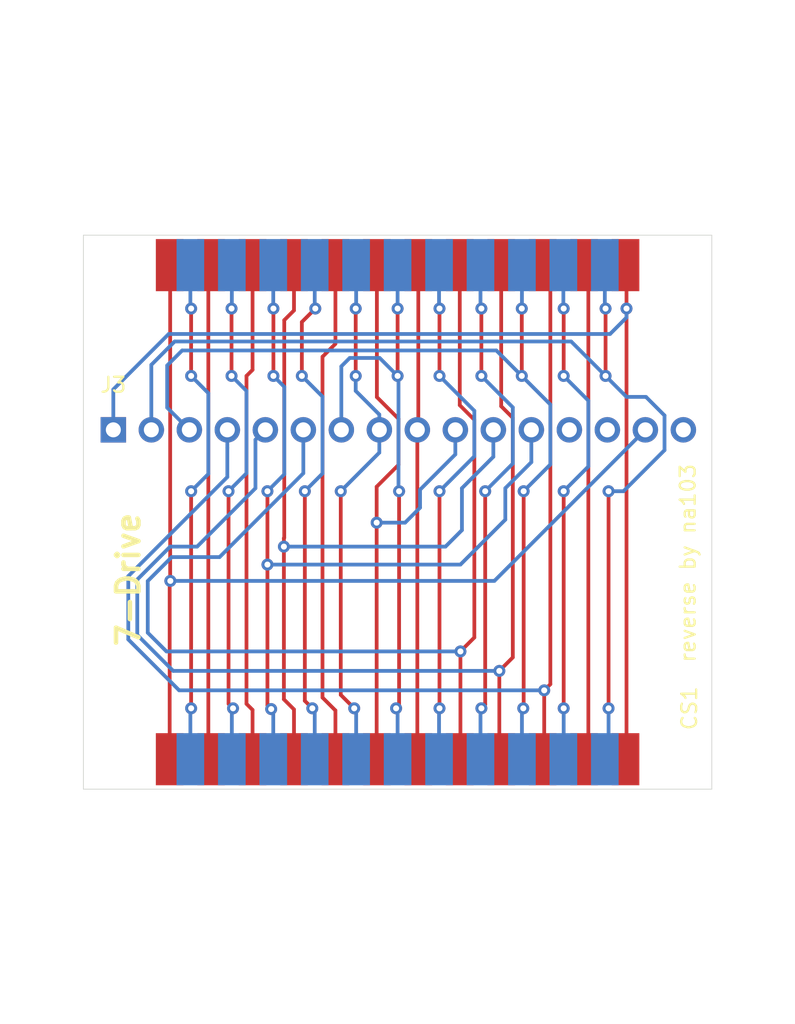
<source format=kicad_pcb>
(kicad_pcb (version 20171130) (host pcbnew "(5.1.12)-1")

  (general
    (thickness 1.6)
    (drawings 7)
    (tracks 288)
    (zones 0)
    (modules 3)
    (nets 23)
  )

  (page A4)
  (layers
    (0 F.Cu signal)
    (31 B.Cu signal)
    (32 B.Adhes user)
    (33 F.Adhes user)
    (34 B.Paste user)
    (35 F.Paste user)
    (36 B.SilkS user)
    (37 F.SilkS user)
    (38 B.Mask user)
    (39 F.Mask user)
    (40 Dwgs.User user)
    (41 Cmts.User user)
    (42 Eco1.User user)
    (43 Eco2.User user)
    (44 Edge.Cuts user)
    (45 Margin user)
    (46 B.CrtYd user)
    (47 F.CrtYd user)
    (48 B.Fab user)
    (49 F.Fab user)
  )

  (setup
    (last_trace_width 0.25)
    (user_trace_width 0.5)
    (trace_clearance 0.2)
    (zone_clearance 0.508)
    (zone_45_only no)
    (trace_min 0.2)
    (via_size 0.8)
    (via_drill 0.4)
    (via_min_size 0.4)
    (via_min_drill 0.3)
    (user_via 1.6 0.8)
    (uvia_size 0.3)
    (uvia_drill 0.1)
    (uvias_allowed no)
    (uvia_min_size 0.2)
    (uvia_min_drill 0.1)
    (edge_width 0.05)
    (segment_width 0.2)
    (pcb_text_width 0.3)
    (pcb_text_size 1.5 1.5)
    (mod_edge_width 0.12)
    (mod_text_size 1 1)
    (mod_text_width 0.15)
    (pad_size 1.524 1.524)
    (pad_drill 0.762)
    (pad_to_mask_clearance 0)
    (aux_axis_origin 0 0)
    (visible_elements 7FFFFFFF)
    (pcbplotparams
      (layerselection 0x010fc_ffffffff)
      (usegerberextensions false)
      (usegerberattributes true)
      (usegerberadvancedattributes true)
      (creategerberjobfile true)
      (excludeedgelayer true)
      (linewidth 0.100000)
      (plotframeref false)
      (viasonmask false)
      (mode 1)
      (useauxorigin false)
      (hpglpennumber 1)
      (hpglpenspeed 20)
      (hpglpendiameter 15.000000)
      (psnegative false)
      (psa4output false)
      (plotreference true)
      (plotvalue true)
      (plotinvisibletext false)
      (padsonsilk false)
      (subtractmaskfromsilk false)
      (outputformat 1)
      (mirror false)
      (drillshape 0)
      (scaleselection 1)
      (outputdirectory "gerber/"))
  )

  (net 0 "")
  (net 1 RDY)
  (net 2 DKRD)
  (net 3 GND)
  (net 4 MTRXD)
  (net 5 SEL2B)
  (net 6 DRESB)
  (net 7 CHNG)
  (net 8 5V)
  (net 9 SIDEB)
  (net 10 WPRO)
  (net 11 TK0)
  (net 12 DKWEB)
  (net 13 DKWDB)
  (net 14 STEPB)
  (net 15 DIRB)
  (net 16 SEL3B)
  (net 17 SEL1B)
  (net 18 INDEX)
  (net 19 12V)
  (net 20 "Net-(J3-Pad13)")
  (net 21 "Net-(J3-Pad14)")
  (net 22 "Net-(J3-Pad16)")

  (net_class Default "This is the default net class."
    (clearance 0.2)
    (trace_width 0.25)
    (via_dia 0.8)
    (via_drill 0.4)
    (uvia_dia 0.3)
    (uvia_drill 0.1)
    (add_net 12V)
    (add_net 5V)
    (add_net CHNG)
    (add_net DIRB)
    (add_net DKRD)
    (add_net DKWDB)
    (add_net DKWEB)
    (add_net DRESB)
    (add_net GND)
    (add_net INDEX)
    (add_net MTRXD)
    (add_net "Net-(J3-Pad13)")
    (add_net "Net-(J3-Pad14)")
    (add_net "Net-(J3-Pad16)")
    (add_net RDY)
    (add_net SEL1B)
    (add_net SEL2B)
    (add_net SEL3B)
    (add_net SIDEB)
    (add_net STEPB)
    (add_net TK0)
    (add_net WPRO)
  )

  (module Connector_PinHeader_2.54mm:PinHeader_1x16_P2.54mm_Vertical (layer F.Cu) (tedit 648B129D) (tstamp 647AD34A)
    (at 188.5 73.5 90)
    (descr "Through hole straight pin header, 1x16, 2.54mm pitch, single row")
    (tags "Through hole pin header THT 1x16 2.54mm single row")
    (path /647B652D)
    (fp_text reference J3 (at 3 0) (layer F.SilkS)
      (effects (font (size 1 1) (thickness 0.15)))
    )
    (fp_text value Conn_01x16 (at 0 40.43 90) (layer F.Fab)
      (effects (font (size 1 1) (thickness 0.15)))
    )
    (fp_line (start -1.8 39.9) (end 1.8 39.9) (layer F.CrtYd) (width 0.05))
    (fp_text user %R (at 0 19.05 180) (layer F.Fab)
      (effects (font (size 1 1) (thickness 0.15)))
    )
    (pad 1 thru_hole rect (at 0 0 90) (size 1.7 1.7) (drill 1) (layers *.Cu *.Mask)
      (net 1 RDY))
    (pad 2 thru_hole oval (at 0 2.54 90) (size 1.7 1.7) (drill 1) (layers *.Cu *.Mask)
      (net 9 SIDEB))
    (pad 3 thru_hole oval (at 0 5.08 90) (size 1.7 1.7) (drill 1) (layers *.Cu *.Mask)
      (net 11 TK0))
    (pad 4 thru_hole oval (at 0 7.62 90) (size 1.7 1.7) (drill 1) (layers *.Cu *.Mask)
      (net 3 GND))
    (pad 5 thru_hole oval (at 0 10.16 90) (size 1.7 1.7) (drill 1) (layers *.Cu *.Mask)
      (net 3 GND))
    (pad 6 thru_hole oval (at 0 12.7 90) (size 1.7 1.7) (drill 1) (layers *.Cu *.Mask)
      (net 3 GND))
    (pad 7 thru_hole oval (at 0 15.24 90) (size 1.7 1.7) (drill 1) (layers *.Cu *.Mask)
      (net 14 STEPB))
    (pad 8 thru_hole oval (at 0 17.78 90) (size 1.7 1.7) (drill 1) (layers *.Cu *.Mask)
      (net 15 DIRB))
    (pad 9 thru_hole oval (at 0 20.32 90) (size 1.7 1.7) (drill 1) (layers *.Cu *.Mask)
      (net 3 GND))
    (pad 10 thru_hole oval (at 0 22.86 90) (size 1.7 1.7) (drill 1) (layers *.Cu *.Mask)
      (net 3 GND))
    (pad 11 thru_hole oval (at 0 25.4 90) (size 1.7 1.7) (drill 1) (layers *.Cu *.Mask)
      (net 5 SEL2B))
    (pad 12 thru_hole oval (at 0 27.94 90) (size 1.7 1.7) (drill 1) (layers *.Cu *.Mask)
      (net 17 SEL1B))
    (pad 13 thru_hole oval (at 0 30.48 90) (size 1.7 1.7) (drill 1) (layers *.Cu *.Mask)
      (net 20 "Net-(J3-Pad13)"))
    (pad 14 thru_hole oval (at 0 33.02 90) (size 1.7 1.7) (drill 1) (layers *.Cu *.Mask)
      (net 21 "Net-(J3-Pad14)"))
    (pad 15 thru_hole oval (at 0 35.56 90) (size 1.7 1.7) (drill 1) (layers *.Cu *.Mask)
      (net 8 5V))
    (pad 16 thru_hole oval (at 0 38.1 90) (size 1.7 1.7) (drill 1) (layers *.Cu *.Mask)
      (net 22 "Net-(J3-Pad16)"))
    (model ${KISYS3DMOD}/Connector_PinHeader_2.54mm.3dshapes/PinHeader_1x16_P2.54mm_Vertical.wrl
      (at (xyz 0 0 0))
      (scale (xyz 1 1 1))
      (rotate (xyz 0 0 0))
    )
  )

  (module Connector_Dsub:DSUB-23_Male_EdgeMount_P2.77mm (layer F.Cu) (tedit 647A5C1D) (tstamp 647AD326)
    (at 207.5 62.5 180)
    (descr "25-pin D-Sub connector, solder-cups edge-mounted, female, x-pin-pitch 2.77mm, distance of mounting holes 47.1mm, see https://disti-assets.s3.amazonaws.com/tonar/files/datasheets/16730.pdf")
    (tags "25-pin D-Sub connector edge mount solder cup female x-pin-pitch 2.77mm mounting holes distance 47.1mm")
    (path /64855AE5)
    (attr smd)
    (fp_text reference J1 (at -19.158333 0) (layer F.SilkS) hide
      (effects (font (size 1 1) (thickness 0.15)))
    )
    (fp_text value DB23_Male-Connector (at 0 16.86) (layer F.Fab)
      (effects (font (size 1 1) (thickness 0.15)))
    )
    (fp_line (start 14.635 -0.91) (end 14.635 1.99) (layer F.Fab) (width 0.1))
    (fp_line (start 14.635 1.99) (end 15.835 1.99) (layer F.Fab) (width 0.1))
    (fp_line (start 15.835 1.99) (end 15.835 -0.91) (layer F.Fab) (width 0.1))
    (fp_line (start 15.835 -0.91) (end 14.635 -0.91) (layer F.Fab) (width 0.1))
    (fp_line (start 11.865 -0.91) (end 11.865 1.99) (layer F.Fab) (width 0.1))
    (fp_line (start 11.865 1.99) (end 13.065 1.99) (layer F.Fab) (width 0.1))
    (fp_line (start 13.065 1.99) (end 13.065 -0.91) (layer F.Fab) (width 0.1))
    (fp_line (start 13.065 -0.91) (end 11.865 -0.91) (layer F.Fab) (width 0.1))
    (fp_line (start 9.095 -0.91) (end 9.095 1.99) (layer F.Fab) (width 0.1))
    (fp_line (start 9.095 1.99) (end 10.295 1.99) (layer F.Fab) (width 0.1))
    (fp_line (start 10.295 1.99) (end 10.295 -0.91) (layer F.Fab) (width 0.1))
    (fp_line (start 10.295 -0.91) (end 9.095 -0.91) (layer F.Fab) (width 0.1))
    (fp_line (start 6.325 -0.91) (end 6.325 1.99) (layer F.Fab) (width 0.1))
    (fp_line (start 6.325 1.99) (end 7.525 1.99) (layer F.Fab) (width 0.1))
    (fp_line (start 7.525 1.99) (end 7.525 -0.91) (layer F.Fab) (width 0.1))
    (fp_line (start 7.525 -0.91) (end 6.325 -0.91) (layer F.Fab) (width 0.1))
    (fp_line (start 3.555 -0.91) (end 3.555 1.99) (layer F.Fab) (width 0.1))
    (fp_line (start 3.555 1.99) (end 4.755 1.99) (layer F.Fab) (width 0.1))
    (fp_line (start 4.755 1.99) (end 4.755 -0.91) (layer F.Fab) (width 0.1))
    (fp_line (start 4.755 -0.91) (end 3.555 -0.91) (layer F.Fab) (width 0.1))
    (fp_line (start 0.785 -0.91) (end 0.785 1.99) (layer F.Fab) (width 0.1))
    (fp_line (start 0.785 1.99) (end 1.985 1.99) (layer F.Fab) (width 0.1))
    (fp_line (start 1.985 1.99) (end 1.985 -0.91) (layer F.Fab) (width 0.1))
    (fp_line (start 1.985 -0.91) (end 0.785 -0.91) (layer F.Fab) (width 0.1))
    (fp_line (start -0.6 1.99) (end 0.6 1.99) (layer F.Fab) (width 0.1))
    (fp_line (start -1.985 -0.91) (end -1.985 1.99) (layer F.Fab) (width 0.1))
    (fp_line (start -1.985 1.99) (end -0.785 1.99) (layer F.Fab) (width 0.1))
    (fp_line (start -0.785 1.99) (end -0.785 -0.91) (layer F.Fab) (width 0.1))
    (fp_line (start -0.785 -0.91) (end -1.985 -0.91) (layer F.Fab) (width 0.1))
    (fp_line (start -4.755 -0.91) (end -4.755 1.99) (layer F.Fab) (width 0.1))
    (fp_line (start -4.755 1.99) (end -3.555 1.99) (layer F.Fab) (width 0.1))
    (fp_line (start -3.555 1.99) (end -3.555 -0.91) (layer F.Fab) (width 0.1))
    (fp_line (start -3.555 -0.91) (end -4.755 -0.91) (layer F.Fab) (width 0.1))
    (fp_line (start -7.525 -0.91) (end -7.525 1.99) (layer F.Fab) (width 0.1))
    (fp_line (start -7.525 1.99) (end -6.325 1.99) (layer F.Fab) (width 0.1))
    (fp_line (start -6.325 1.99) (end -6.325 -0.91) (layer F.Fab) (width 0.1))
    (fp_line (start -6.325 -0.91) (end -7.525 -0.91) (layer F.Fab) (width 0.1))
    (fp_line (start -10.295 -0.91) (end -10.295 1.99) (layer F.Fab) (width 0.1))
    (fp_line (start -10.295 1.99) (end -9.095 1.99) (layer F.Fab) (width 0.1))
    (fp_line (start -9.095 1.99) (end -9.095 -0.91) (layer F.Fab) (width 0.1))
    (fp_line (start -9.095 -0.91) (end -10.295 -0.91) (layer F.Fab) (width 0.1))
    (fp_line (start -13.065 -0.91) (end -13.065 1.99) (layer F.Fab) (width 0.1))
    (fp_line (start -13.065 1.99) (end -11.865 1.99) (layer F.Fab) (width 0.1))
    (fp_line (start -11.865 1.99) (end -11.865 -0.91) (layer F.Fab) (width 0.1))
    (fp_line (start -11.865 -0.91) (end -13.065 -0.91) (layer F.Fab) (width 0.1))
    (fp_line (start -15.835 -0.91) (end -15.835 1.99) (layer F.Fab) (width 0.1))
    (fp_line (start -15.835 1.99) (end -14.635 1.99) (layer F.Fab) (width 0.1))
    (fp_line (start -14.635 1.99) (end -14.635 -0.91) (layer F.Fab) (width 0.1))
    (fp_line (start -14.635 -0.91) (end -15.835 -0.91) (layer F.Fab) (width 0.1))
    (fp_line (start 13.25 -0.91) (end 13.25 1.99) (layer B.Fab) (width 0.1))
    (fp_line (start 13.25 1.99) (end 14.45 1.99) (layer B.Fab) (width 0.1))
    (fp_line (start 14.45 1.99) (end 14.45 -0.91) (layer B.Fab) (width 0.1))
    (fp_line (start 14.45 -0.91) (end 13.25 -0.91) (layer B.Fab) (width 0.1))
    (fp_line (start 10.48 -0.91) (end 10.48 1.99) (layer B.Fab) (width 0.1))
    (fp_line (start 10.48 1.99) (end 11.68 1.99) (layer B.Fab) (width 0.1))
    (fp_line (start 11.68 1.99) (end 11.68 -0.91) (layer B.Fab) (width 0.1))
    (fp_line (start 11.68 -0.91) (end 10.48 -0.91) (layer B.Fab) (width 0.1))
    (fp_line (start 7.71 -0.91) (end 7.71 1.99) (layer B.Fab) (width 0.1))
    (fp_line (start 7.71 1.99) (end 8.91 1.99) (layer B.Fab) (width 0.1))
    (fp_line (start 8.91 1.99) (end 8.91 -0.91) (layer B.Fab) (width 0.1))
    (fp_line (start 8.91 -0.91) (end 7.71 -0.91) (layer B.Fab) (width 0.1))
    (fp_line (start 4.94 -0.91) (end 4.94 1.99) (layer B.Fab) (width 0.1))
    (fp_line (start 4.94 1.99) (end 6.14 1.99) (layer B.Fab) (width 0.1))
    (fp_line (start 6.14 1.99) (end 6.14 -0.91) (layer B.Fab) (width 0.1))
    (fp_line (start 6.14 -0.91) (end 4.94 -0.91) (layer B.Fab) (width 0.1))
    (fp_line (start 2.17 -0.91) (end 2.17 1.99) (layer B.Fab) (width 0.1))
    (fp_line (start 2.17 1.99) (end 3.37 1.99) (layer B.Fab) (width 0.1))
    (fp_line (start 3.37 1.99) (end 3.37 -0.91) (layer B.Fab) (width 0.1))
    (fp_line (start 3.37 -0.91) (end 2.17 -0.91) (layer B.Fab) (width 0.1))
    (fp_line (start -0.6 -0.91) (end -0.6 1.99) (layer B.Fab) (width 0.1))
    (fp_line (start -0.6 1.99) (end 0.6 1.99) (layer B.Fab) (width 0.1))
    (fp_line (start 0.6 1.99) (end 0.6 -0.91) (layer B.Fab) (width 0.1))
    (fp_line (start 0.6 -0.91) (end -0.6 -0.91) (layer B.Fab) (width 0.1))
    (fp_line (start -3.37 -0.91) (end -3.37 1.99) (layer B.Fab) (width 0.1))
    (fp_line (start -3.37 1.99) (end -2.17 1.99) (layer B.Fab) (width 0.1))
    (fp_line (start -2.17 1.99) (end -2.17 -0.91) (layer B.Fab) (width 0.1))
    (fp_line (start -2.17 -0.91) (end -3.37 -0.91) (layer B.Fab) (width 0.1))
    (fp_line (start -6.14 -0.91) (end -6.14 1.99) (layer B.Fab) (width 0.1))
    (fp_line (start -6.14 1.99) (end -4.94 1.99) (layer B.Fab) (width 0.1))
    (fp_line (start -4.94 1.99) (end -4.94 -0.91) (layer B.Fab) (width 0.1))
    (fp_line (start -4.94 -0.91) (end -6.14 -0.91) (layer B.Fab) (width 0.1))
    (fp_line (start -8.91 -0.91) (end -8.91 1.99) (layer B.Fab) (width 0.1))
    (fp_line (start -8.91 1.99) (end -7.71 1.99) (layer B.Fab) (width 0.1))
    (fp_line (start -7.71 1.99) (end -7.71 -0.91) (layer B.Fab) (width 0.1))
    (fp_line (start -7.71 -0.91) (end -8.91 -0.91) (layer B.Fab) (width 0.1))
    (fp_line (start -11.68 -0.91) (end -11.68 1.99) (layer B.Fab) (width 0.1))
    (fp_line (start -11.68 1.99) (end -10.48 1.99) (layer B.Fab) (width 0.1))
    (fp_line (start -10.48 1.99) (end -10.48 -0.91) (layer B.Fab) (width 0.1))
    (fp_line (start -10.48 -0.91) (end -11.68 -0.91) (layer B.Fab) (width 0.1))
    (fp_line (start -14.45 -0.91) (end -14.45 1.99) (layer B.Fab) (width 0.1))
    (fp_line (start -14.45 1.99) (end -13.25 1.99) (layer B.Fab) (width 0.1))
    (fp_line (start -13.25 1.99) (end -13.25 -0.91) (layer B.Fab) (width 0.1))
    (fp_line (start -13.25 -0.91) (end -14.45 -0.91) (layer B.Fab) (width 0.1))
    (fp_line (start -17.165 1.99) (end -17.165 4.79) (layer F.Fab) (width 0.1))
    (fp_line (start -18.165 4.79) (end 18.165 4.79) (layer F.Fab) (width 0.1))
    (fp_line (start 17.165 4.79) (end 17.165 1.99) (layer F.Fab) (width 0.1))
    (fp_line (start 17.165 1.99) (end -17.165 1.99) (layer F.Fab) (width 0.1))
    (fp_line (start -18.165 4.79) (end -18.165 9.29) (layer F.Fab) (width 0.1))
    (fp_line (start -19.55 9.29) (end 19.55 9.29) (layer F.Fab) (width 0.1))
    (fp_line (start 18.165 9.29) (end 18.165 4.79) (layer F.Fab) (width 0.1))
    (fp_line (start -25.165 9.29) (end -25.165 9.69) (layer F.Fab) (width 0.1))
    (fp_line (start -25.165 9.69) (end 25.165 9.69) (layer F.Fab) (width 0.1))
    (fp_line (start 25.165 9.69) (end 25.165 9.29) (layer F.Fab) (width 0.1))
    (fp_line (start 25.165 9.29) (end -25.165 9.29) (layer F.Fab) (width 0.1))
    (fp_line (start -17.765 9.69) (end -17.765 15.86) (layer F.Fab) (width 0.1))
    (fp_line (start -17.765 15.86) (end 17.765 15.86) (layer F.Fab) (width 0.1))
    (fp_line (start 17.765 15.86) (end 17.765 9.69) (layer F.Fab) (width 0.1))
    (fp_line (start 19.15 9.69) (end -19.15 9.69) (layer F.Fab) (width 0.1))
    (fp_line (start -16.665 -2.25) (end 16.665 -2.25) (layer F.CrtYd) (width 0.05))
    (fp_line (start 16.665 -2.25) (end 16.665 1.5) (layer F.CrtYd) (width 0.05))
    (fp_line (start 16.665 1.5) (end 17.665 1.5) (layer F.CrtYd) (width 0.05))
    (fp_line (start 17.665 1.5) (end 17.665 4.3) (layer F.CrtYd) (width 0.05))
    (fp_line (start 17.665 4.3) (end 18.665 4.3) (layer F.CrtYd) (width 0.05))
    (fp_line (start 18.665 4.3) (end 18.665 8.8) (layer F.CrtYd) (width 0.05))
    (fp_line (start 18.665 8.8) (end 25.665 8.8) (layer F.CrtYd) (width 0.05))
    (fp_line (start 25.665 8.8) (end 25.665 10.2) (layer F.CrtYd) (width 0.05))
    (fp_line (start 25.665 10.2) (end 18.265 10.2) (layer F.CrtYd) (width 0.05))
    (fp_line (start 18.265 10.2) (end 18.265 16.4) (layer F.CrtYd) (width 0.05))
    (fp_line (start 18.265 16.4) (end -18.265 16.4) (layer F.CrtYd) (width 0.05))
    (fp_line (start -18.265 16.4) (end -18.265 10.2) (layer F.CrtYd) (width 0.05))
    (fp_line (start -18.265 10.2) (end -25.665 10.2) (layer F.CrtYd) (width 0.05))
    (fp_line (start -25.665 10.2) (end -25.665 8.8) (layer F.CrtYd) (width 0.05))
    (fp_line (start -25.665 8.8) (end -18.665 8.8) (layer F.CrtYd) (width 0.05))
    (fp_line (start -18.665 8.8) (end -18.665 4.3) (layer F.CrtYd) (width 0.05))
    (fp_line (start -18.665 4.3) (end -17.665 4.3) (layer F.CrtYd) (width 0.05))
    (fp_line (start -17.665 4.3) (end -17.665 1.5) (layer F.CrtYd) (width 0.05))
    (fp_line (start -17.665 1.5) (end -16.665 1.5) (layer F.CrtYd) (width 0.05))
    (fp_line (start -16.665 1.5) (end -16.665 -2.25) (layer F.CrtYd) (width 0.05))
    (fp_line (start -26.55 1.99) (end 26.55 1.99) (layer Dwgs.User) (width 0.05))
    (fp_text user %R (at 0 3.39) (layer F.Fab)
      (effects (font (size 1 1) (thickness 0.15)))
    )
    (fp_text user "PCB edge" (at -21.55 1.323333) (layer Dwgs.User)
      (effects (font (size 0.5 0.5) (thickness 0.075)))
    )
    (pad 12 smd rect (at 15.235 0 180) (size 1.846667 3.48) (layers F.Cu F.Paste F.Mask)
      (net 8 5V))
    (pad 11 smd rect (at 12.465 0 180) (size 1.846667 3.48) (layers F.Cu F.Paste F.Mask)
      (net 7 CHNG))
    (pad 10 smd rect (at 9.695 0 180) (size 1.846667 3.48) (layers F.Cu F.Paste F.Mask)
      (net 6 DRESB))
    (pad 9 smd rect (at 6.925 0 180) (size 1.846667 3.48) (layers F.Cu F.Paste F.Mask)
      (net 5 SEL2B))
    (pad 8 smd rect (at 4.155 0 180) (size 1.846667 3.48) (layers F.Cu F.Paste F.Mask)
      (net 4 MTRXD))
    (pad 7 smd rect (at 1.385 0 180) (size 1.846667 3.48) (layers F.Cu F.Paste F.Mask)
      (net 3 GND))
    (pad 6 smd rect (at -1.385 0 180) (size 1.846667 3.48) (layers F.Cu F.Paste F.Mask)
      (net 3 GND))
    (pad 5 smd rect (at -4.155 0 180) (size 1.846667 3.48) (layers F.Cu F.Paste F.Mask)
      (net 3 GND))
    (pad 4 smd rect (at -6.925 0 180) (size 1.846667 3.48) (layers F.Cu F.Paste F.Mask)
      (net 3 GND))
    (pad 3 smd rect (at -9.695 0 180) (size 1.846667 3.48) (layers F.Cu F.Paste F.Mask)
      (net 3 GND))
    (pad 2 smd rect (at -12.465 0 180) (size 1.846667 3.48) (layers F.Cu F.Paste F.Mask)
      (net 2 DKRD))
    (pad 1 smd rect (at -15.235 0 180) (size 1.846667 3.48) (layers F.Cu F.Paste F.Mask)
      (net 1 RDY))
    (pad 23 smd rect (at 13.85 0 180) (size 1.846667 3.48) (layers B.Cu B.Paste B.Mask)
      (net 19 12V))
    (pad 22 smd rect (at 11.08 0 180) (size 1.846667 3.48) (layers B.Cu B.Paste B.Mask)
      (net 18 INDEX))
    (pad 21 smd rect (at 8.31 0 180) (size 1.846667 3.48) (layers B.Cu B.Paste B.Mask)
      (net 17 SEL1B))
    (pad 20 smd rect (at 5.54 0 180) (size 1.846667 3.48) (layers B.Cu B.Paste B.Mask)
      (net 16 SEL3B))
    (pad 19 smd rect (at 2.77 0 180) (size 1.846667 3.48) (layers B.Cu B.Paste B.Mask)
      (net 15 DIRB))
    (pad 18 smd rect (at 0 0 180) (size 1.846667 3.48) (layers B.Cu B.Paste B.Mask)
      (net 14 STEPB))
    (pad 17 smd rect (at -2.77 0 180) (size 1.846667 3.48) (layers B.Cu B.Paste B.Mask)
      (net 13 DKWDB))
    (pad 16 smd rect (at -5.54 0 180) (size 1.846667 3.48) (layers B.Cu B.Paste B.Mask)
      (net 12 DKWEB))
    (pad 15 smd rect (at -8.31 0 180) (size 1.846667 3.48) (layers B.Cu B.Paste B.Mask)
      (net 11 TK0))
    (pad 14 smd rect (at -11.08 0 180) (size 1.846667 3.48) (layers B.Cu B.Paste B.Mask)
      (net 10 WPRO))
    (pad 13 smd rect (at -13.85 0 180) (size 1.846667 3.48) (layers B.Cu B.Paste B.Mask)
      (net 9 SIDEB))
    (model ${KISYS3DMOD}/Connector_Dsub.3dshapes/DSUB-25_Female_EdgeMount_P2.77mm.wrl
      (at (xyz 0 0 0))
      (scale (xyz 1 1 1))
      (rotate (xyz 0 0 0))
    )
  )

  (module Connector_Dsub:DSUB-23_Female_EdgeMount_P2.77mm (layer F.Cu) (tedit 5DD08D0D) (tstamp 647AD288)
    (at 207.5 95.5)
    (descr "25-pin D-Sub connector, solder-cups edge-mounted, female, x-pin-pitch 2.77mm, distance of mounting holes 47.1mm, see https://disti-assets.s3.amazonaws.com/tonar/files/datasheets/16730.pdf")
    (tags "25-pin D-Sub connector edge mount solder cup female x-pin-pitch 2.77mm mounting holes distance 47.1mm")
    (path /647B0F85)
    (attr smd)
    (fp_text reference J2 (at -19.158333 0) (layer F.SilkS) hide
      (effects (font (size 1 1) (thickness 0.15)))
    )
    (fp_text value DB23_Female-Connector (at 0 16.86) (layer F.Fab)
      (effects (font (size 1 1) (thickness 0.15)))
    )
    (fp_line (start 14.635 -0.91) (end 14.635 1.99) (layer F.Fab) (width 0.1))
    (fp_line (start 14.635 1.99) (end 15.835 1.99) (layer F.Fab) (width 0.1))
    (fp_line (start 15.835 1.99) (end 15.835 -0.91) (layer F.Fab) (width 0.1))
    (fp_line (start 15.835 -0.91) (end 14.635 -0.91) (layer F.Fab) (width 0.1))
    (fp_line (start 11.865 -0.91) (end 11.865 1.99) (layer F.Fab) (width 0.1))
    (fp_line (start 11.865 1.99) (end 13.065 1.99) (layer F.Fab) (width 0.1))
    (fp_line (start 13.065 1.99) (end 13.065 -0.91) (layer F.Fab) (width 0.1))
    (fp_line (start 13.065 -0.91) (end 11.865 -0.91) (layer F.Fab) (width 0.1))
    (fp_line (start 9.095 -0.91) (end 9.095 1.99) (layer F.Fab) (width 0.1))
    (fp_line (start 9.095 1.99) (end 10.295 1.99) (layer F.Fab) (width 0.1))
    (fp_line (start 10.295 1.99) (end 10.295 -0.91) (layer F.Fab) (width 0.1))
    (fp_line (start 10.295 -0.91) (end 9.095 -0.91) (layer F.Fab) (width 0.1))
    (fp_line (start 6.325 -0.91) (end 6.325 1.99) (layer F.Fab) (width 0.1))
    (fp_line (start 6.325 1.99) (end 7.525 1.99) (layer F.Fab) (width 0.1))
    (fp_line (start 7.525 1.99) (end 7.525 -0.91) (layer F.Fab) (width 0.1))
    (fp_line (start 7.525 -0.91) (end 6.325 -0.91) (layer F.Fab) (width 0.1))
    (fp_line (start 3.555 -0.91) (end 3.555 1.99) (layer F.Fab) (width 0.1))
    (fp_line (start 3.555 1.99) (end 4.755 1.99) (layer F.Fab) (width 0.1))
    (fp_line (start 4.755 1.99) (end 4.755 -0.91) (layer F.Fab) (width 0.1))
    (fp_line (start 4.755 -0.91) (end 3.555 -0.91) (layer F.Fab) (width 0.1))
    (fp_line (start 0.785 -0.91) (end 0.785 1.99) (layer F.Fab) (width 0.1))
    (fp_line (start 0.785 1.99) (end 1.985 1.99) (layer F.Fab) (width 0.1))
    (fp_line (start 1.985 1.99) (end 1.985 -0.91) (layer F.Fab) (width 0.1))
    (fp_line (start 1.985 -0.91) (end 0.785 -0.91) (layer F.Fab) (width 0.1))
    (fp_line (start -0.6 1.99) (end 0.6 1.99) (layer F.Fab) (width 0.1))
    (fp_line (start -1.985 -0.91) (end -1.985 1.99) (layer F.Fab) (width 0.1))
    (fp_line (start -1.985 1.99) (end -0.785 1.99) (layer F.Fab) (width 0.1))
    (fp_line (start -0.785 1.99) (end -0.785 -0.91) (layer F.Fab) (width 0.1))
    (fp_line (start -0.785 -0.91) (end -1.985 -0.91) (layer F.Fab) (width 0.1))
    (fp_line (start -4.755 -0.91) (end -4.755 1.99) (layer F.Fab) (width 0.1))
    (fp_line (start -4.755 1.99) (end -3.555 1.99) (layer F.Fab) (width 0.1))
    (fp_line (start -3.555 1.99) (end -3.555 -0.91) (layer F.Fab) (width 0.1))
    (fp_line (start -3.555 -0.91) (end -4.755 -0.91) (layer F.Fab) (width 0.1))
    (fp_line (start -7.525 -0.91) (end -7.525 1.99) (layer F.Fab) (width 0.1))
    (fp_line (start -7.525 1.99) (end -6.325 1.99) (layer F.Fab) (width 0.1))
    (fp_line (start -6.325 1.99) (end -6.325 -0.91) (layer F.Fab) (width 0.1))
    (fp_line (start -6.325 -0.91) (end -7.525 -0.91) (layer F.Fab) (width 0.1))
    (fp_line (start -10.295 -0.91) (end -10.295 1.99) (layer F.Fab) (width 0.1))
    (fp_line (start -10.295 1.99) (end -9.095 1.99) (layer F.Fab) (width 0.1))
    (fp_line (start -9.095 1.99) (end -9.095 -0.91) (layer F.Fab) (width 0.1))
    (fp_line (start -9.095 -0.91) (end -10.295 -0.91) (layer F.Fab) (width 0.1))
    (fp_line (start -13.065 -0.91) (end -13.065 1.99) (layer F.Fab) (width 0.1))
    (fp_line (start -13.065 1.99) (end -11.865 1.99) (layer F.Fab) (width 0.1))
    (fp_line (start -11.865 1.99) (end -11.865 -0.91) (layer F.Fab) (width 0.1))
    (fp_line (start -11.865 -0.91) (end -13.065 -0.91) (layer F.Fab) (width 0.1))
    (fp_line (start -15.835 -0.91) (end -15.835 1.99) (layer F.Fab) (width 0.1))
    (fp_line (start -15.835 1.99) (end -14.635 1.99) (layer F.Fab) (width 0.1))
    (fp_line (start -14.635 1.99) (end -14.635 -0.91) (layer F.Fab) (width 0.1))
    (fp_line (start -14.635 -0.91) (end -15.835 -0.91) (layer F.Fab) (width 0.1))
    (fp_line (start 13.25 -0.91) (end 13.25 1.99) (layer B.Fab) (width 0.1))
    (fp_line (start 13.25 1.99) (end 14.45 1.99) (layer B.Fab) (width 0.1))
    (fp_line (start 14.45 1.99) (end 14.45 -0.91) (layer B.Fab) (width 0.1))
    (fp_line (start 14.45 -0.91) (end 13.25 -0.91) (layer B.Fab) (width 0.1))
    (fp_line (start 10.48 -0.91) (end 10.48 1.99) (layer B.Fab) (width 0.1))
    (fp_line (start 10.48 1.99) (end 11.68 1.99) (layer B.Fab) (width 0.1))
    (fp_line (start 11.68 1.99) (end 11.68 -0.91) (layer B.Fab) (width 0.1))
    (fp_line (start 11.68 -0.91) (end 10.48 -0.91) (layer B.Fab) (width 0.1))
    (fp_line (start 7.71 -0.91) (end 7.71 1.99) (layer B.Fab) (width 0.1))
    (fp_line (start 7.71 1.99) (end 8.91 1.99) (layer B.Fab) (width 0.1))
    (fp_line (start 8.91 1.99) (end 8.91 -0.91) (layer B.Fab) (width 0.1))
    (fp_line (start 8.91 -0.91) (end 7.71 -0.91) (layer B.Fab) (width 0.1))
    (fp_line (start 4.94 -0.91) (end 4.94 1.99) (layer B.Fab) (width 0.1))
    (fp_line (start 4.94 1.99) (end 6.14 1.99) (layer B.Fab) (width 0.1))
    (fp_line (start 6.14 1.99) (end 6.14 -0.91) (layer B.Fab) (width 0.1))
    (fp_line (start 6.14 -0.91) (end 4.94 -0.91) (layer B.Fab) (width 0.1))
    (fp_line (start 2.17 -0.91) (end 2.17 1.99) (layer B.Fab) (width 0.1))
    (fp_line (start 2.17 1.99) (end 3.37 1.99) (layer B.Fab) (width 0.1))
    (fp_line (start 3.37 1.99) (end 3.37 -0.91) (layer B.Fab) (width 0.1))
    (fp_line (start 3.37 -0.91) (end 2.17 -0.91) (layer B.Fab) (width 0.1))
    (fp_line (start -0.6 -0.91) (end -0.6 1.99) (layer B.Fab) (width 0.1))
    (fp_line (start -0.6 1.99) (end 0.6 1.99) (layer B.Fab) (width 0.1))
    (fp_line (start 0.6 1.99) (end 0.6 -0.91) (layer B.Fab) (width 0.1))
    (fp_line (start 0.6 -0.91) (end -0.6 -0.91) (layer B.Fab) (width 0.1))
    (fp_line (start -3.37 -0.91) (end -3.37 1.99) (layer B.Fab) (width 0.1))
    (fp_line (start -3.37 1.99) (end -2.17 1.99) (layer B.Fab) (width 0.1))
    (fp_line (start -2.17 1.99) (end -2.17 -0.91) (layer B.Fab) (width 0.1))
    (fp_line (start -2.17 -0.91) (end -3.37 -0.91) (layer B.Fab) (width 0.1))
    (fp_line (start -6.14 -0.91) (end -6.14 1.99) (layer B.Fab) (width 0.1))
    (fp_line (start -6.14 1.99) (end -4.94 1.99) (layer B.Fab) (width 0.1))
    (fp_line (start -4.94 1.99) (end -4.94 -0.91) (layer B.Fab) (width 0.1))
    (fp_line (start -4.94 -0.91) (end -6.14 -0.91) (layer B.Fab) (width 0.1))
    (fp_line (start -8.91 -0.91) (end -8.91 1.99) (layer B.Fab) (width 0.1))
    (fp_line (start -8.91 1.99) (end -7.71 1.99) (layer B.Fab) (width 0.1))
    (fp_line (start -7.71 1.99) (end -7.71 -0.91) (layer B.Fab) (width 0.1))
    (fp_line (start -7.71 -0.91) (end -8.91 -0.91) (layer B.Fab) (width 0.1))
    (fp_line (start -11.68 -0.91) (end -11.68 1.99) (layer B.Fab) (width 0.1))
    (fp_line (start -11.68 1.99) (end -10.48 1.99) (layer B.Fab) (width 0.1))
    (fp_line (start -10.48 1.99) (end -10.48 -0.91) (layer B.Fab) (width 0.1))
    (fp_line (start -10.48 -0.91) (end -11.68 -0.91) (layer B.Fab) (width 0.1))
    (fp_line (start -14.45 -0.91) (end -14.45 1.99) (layer B.Fab) (width 0.1))
    (fp_line (start -14.45 1.99) (end -13.25 1.99) (layer B.Fab) (width 0.1))
    (fp_line (start -13.25 1.99) (end -13.25 -0.91) (layer B.Fab) (width 0.1))
    (fp_line (start -13.25 -0.91) (end -14.45 -0.91) (layer B.Fab) (width 0.1))
    (fp_line (start -17.165 1.99) (end -17.165 4.79) (layer F.Fab) (width 0.1))
    (fp_line (start -18.165 4.79) (end 18.165 4.79) (layer F.Fab) (width 0.1))
    (fp_line (start 17.165 4.79) (end 17.165 1.99) (layer F.Fab) (width 0.1))
    (fp_line (start 17.165 1.99) (end -17.165 1.99) (layer F.Fab) (width 0.1))
    (fp_line (start -18.165 4.79) (end -18.165 9.29) (layer F.Fab) (width 0.1))
    (fp_line (start -19.55 9.29) (end 19.55 9.29) (layer F.Fab) (width 0.1))
    (fp_line (start 18.165 9.29) (end 18.165 4.79) (layer F.Fab) (width 0.1))
    (fp_line (start -25.165 9.29) (end -25.165 9.69) (layer F.Fab) (width 0.1))
    (fp_line (start -25.165 9.69) (end 25.165 9.69) (layer F.Fab) (width 0.1))
    (fp_line (start 25.165 9.69) (end 25.165 9.29) (layer F.Fab) (width 0.1))
    (fp_line (start 25.165 9.29) (end -25.165 9.29) (layer F.Fab) (width 0.1))
    (fp_line (start -17.765 9.69) (end -17.765 15.86) (layer F.Fab) (width 0.1))
    (fp_line (start -17.765 15.86) (end 17.765 15.86) (layer F.Fab) (width 0.1))
    (fp_line (start 17.765 15.86) (end 17.765 9.69) (layer F.Fab) (width 0.1))
    (fp_line (start 19.15 9.69) (end -19.15 9.69) (layer F.Fab) (width 0.1))
    (fp_line (start -16.665 -2.25) (end 16.665 -2.25) (layer F.CrtYd) (width 0.05))
    (fp_line (start 16.665 -2.25) (end 16.665 1.5) (layer F.CrtYd) (width 0.05))
    (fp_line (start 16.665 1.5) (end 17.665 1.5) (layer F.CrtYd) (width 0.05))
    (fp_line (start 17.665 1.5) (end 17.665 4.3) (layer F.CrtYd) (width 0.05))
    (fp_line (start 17.665 4.3) (end 18.665 4.3) (layer F.CrtYd) (width 0.05))
    (fp_line (start 18.665 4.3) (end 18.665 8.8) (layer F.CrtYd) (width 0.05))
    (fp_line (start 18.665 8.8) (end 25.665 8.8) (layer F.CrtYd) (width 0.05))
    (fp_line (start 25.665 8.8) (end 25.665 10.2) (layer F.CrtYd) (width 0.05))
    (fp_line (start 25.665 10.2) (end 18.265 10.2) (layer F.CrtYd) (width 0.05))
    (fp_line (start 18.265 10.2) (end 18.265 16.4) (layer F.CrtYd) (width 0.05))
    (fp_line (start 18.265 16.4) (end -18.265 16.4) (layer F.CrtYd) (width 0.05))
    (fp_line (start -18.265 16.4) (end -18.265 10.2) (layer F.CrtYd) (width 0.05))
    (fp_line (start -18.265 10.2) (end -25.665 10.2) (layer F.CrtYd) (width 0.05))
    (fp_line (start -25.665 10.2) (end -25.665 8.8) (layer F.CrtYd) (width 0.05))
    (fp_line (start -25.665 8.8) (end -18.665 8.8) (layer F.CrtYd) (width 0.05))
    (fp_line (start -18.665 8.8) (end -18.665 4.3) (layer F.CrtYd) (width 0.05))
    (fp_line (start -18.665 4.3) (end -17.665 4.3) (layer F.CrtYd) (width 0.05))
    (fp_line (start -17.665 4.3) (end -17.665 1.5) (layer F.CrtYd) (width 0.05))
    (fp_line (start -17.665 1.5) (end -16.665 1.5) (layer F.CrtYd) (width 0.05))
    (fp_line (start -16.665 1.5) (end -16.665 -2.25) (layer F.CrtYd) (width 0.05))
    (fp_line (start -26.55 1.99) (end 26.55 1.99) (layer Dwgs.User) (width 0.05))
    (fp_text user %R (at 0 3.39) (layer F.Fab)
      (effects (font (size 1 1) (thickness 0.15)))
    )
    (fp_text user "PCB edge" (at -21.55 1.323333) (layer Dwgs.User)
      (effects (font (size 0.5 0.5) (thickness 0.075)))
    )
    (pad 1 smd rect (at 15.235 0) (size 1.846667 3.48) (layers F.Cu F.Paste F.Mask)
      (net 1 RDY))
    (pad 2 smd rect (at 12.465 0) (size 1.846667 3.48) (layers F.Cu F.Paste F.Mask)
      (net 2 DKRD))
    (pad 3 smd rect (at 9.695 0) (size 1.846667 3.48) (layers F.Cu F.Paste F.Mask)
      (net 3 GND))
    (pad 4 smd rect (at 6.925 0) (size 1.846667 3.48) (layers F.Cu F.Paste F.Mask)
      (net 3 GND))
    (pad 5 smd rect (at 4.155 0) (size 1.846667 3.48) (layers F.Cu F.Paste F.Mask)
      (net 3 GND))
    (pad 6 smd rect (at 1.385 0) (size 1.846667 3.48) (layers F.Cu F.Paste F.Mask)
      (net 3 GND))
    (pad 7 smd rect (at -1.385 0) (size 1.846667 3.48) (layers F.Cu F.Paste F.Mask)
      (net 3 GND))
    (pad 8 smd rect (at -4.155 0) (size 1.846667 3.48) (layers F.Cu F.Paste F.Mask)
      (net 4 MTRXD))
    (pad 9 smd rect (at -6.925 0) (size 1.846667 3.48) (layers F.Cu F.Paste F.Mask)
      (net 5 SEL2B))
    (pad 10 smd rect (at -9.695 0) (size 1.846667 3.48) (layers F.Cu F.Paste F.Mask)
      (net 6 DRESB))
    (pad 11 smd rect (at -12.465 0) (size 1.846667 3.48) (layers F.Cu F.Paste F.Mask)
      (net 7 CHNG))
    (pad 12 smd rect (at -15.235 0) (size 1.846667 3.48) (layers F.Cu F.Paste F.Mask)
      (net 8 5V))
    (pad 13 smd rect (at 13.85 0) (size 1.846667 3.48) (layers B.Cu B.Paste B.Mask)
      (net 9 SIDEB))
    (pad 14 smd rect (at 11.08 0) (size 1.846667 3.48) (layers B.Cu B.Paste B.Mask)
      (net 10 WPRO))
    (pad 15 smd rect (at 8.31 0) (size 1.846667 3.48) (layers B.Cu B.Paste B.Mask)
      (net 11 TK0))
    (pad 16 smd rect (at 5.54 0) (size 1.846667 3.48) (layers B.Cu B.Paste B.Mask)
      (net 12 DKWEB))
    (pad 17 smd rect (at 2.77 0) (size 1.846667 3.48) (layers B.Cu B.Paste B.Mask)
      (net 13 DKWDB))
    (pad 18 smd rect (at 0 0) (size 1.846667 3.48) (layers B.Cu B.Paste B.Mask)
      (net 14 STEPB))
    (pad 19 smd rect (at -2.77 0) (size 1.846667 3.48) (layers B.Cu B.Paste B.Mask)
      (net 15 DIRB))
    (pad 20 smd rect (at -5.54 0) (size 1.846667 3.48) (layers B.Cu B.Paste B.Mask)
      (net 16 SEL3B))
    (pad 21 smd rect (at -8.31 0) (size 1.846667 3.48) (layers B.Cu B.Paste B.Mask)
      (net 17 SEL1B))
    (pad 22 smd rect (at -11.08 0) (size 1.846667 3.48) (layers B.Cu B.Paste B.Mask)
      (net 18 INDEX))
    (pad 23 smd rect (at -13.85 0) (size 1.846667 3.48) (layers B.Cu B.Paste B.Mask)
      (net 19 12V))
    (model ${KISYS3DMOD}/Connector_Dsub.3dshapes/DSUB-25_Female_EdgeMount_P2.77mm.wrl
      (at (xyz 0 0 0))
      (scale (xyz 1 1 1))
      (rotate (xyz 0 0 0))
    )
  )

  (gr_text 7-Drive (at 189.5 83.5 90) (layer F.SilkS)
    (effects (font (size 1.5 1.5) (thickness 0.3)))
  )
  (gr_text "reverse by na103" (at 226.9 82.4 90) (layer F.SilkS)
    (effects (font (size 1 1) (thickness 0.15)))
  )
  (gr_text CS1 (at 227 92.1 90) (layer F.SilkS)
    (effects (font (size 1 1) (thickness 0.15)))
  )
  (gr_line (start 186.5 97.5) (end 186.5 60.5) (layer Edge.Cuts) (width 0.05) (tstamp 647F51B6))
  (gr_line (start 228.5 97.5) (end 186.5 97.5) (layer Edge.Cuts) (width 0.05))
  (gr_line (start 228.5 60.5) (end 228.5 97.5) (layer Edge.Cuts) (width 0.05))
  (gr_line (start 186.5 60.5) (end 228.5 60.5) (layer Edge.Cuts) (width 0.05))

  (via (at 222.80001 65.4) (size 0.8) (drill 0.4) (layers F.Cu B.Cu) (net 1))
  (segment (start 222.8 65.39999) (end 222.80001 65.4) (width 0.25) (layer F.Cu) (net 1))
  (segment (start 222.8 62.565) (end 222.8 65.39999) (width 0.25) (layer F.Cu) (net 1))
  (segment (start 222.735 62.5) (end 222.8 62.565) (width 0.25) (layer F.Cu) (net 1))
  (segment (start 222.80001 65.99999) (end 222.80001 65.4) (width 0.25) (layer B.Cu) (net 1))
  (segment (start 221.7 67.1) (end 222.80001 65.99999) (width 0.25) (layer B.Cu) (net 1))
  (segment (start 192.2 67.1) (end 221.7 67.1) (width 0.25) (layer B.Cu) (net 1))
  (segment (start 188.5 70.8) (end 192.2 67.1) (width 0.25) (layer B.Cu) (net 1))
  (segment (start 188.5 73.5) (end 188.5 70.8) (width 0.25) (layer B.Cu) (net 1))
  (segment (start 222.8 95.435) (end 222.8 65.40001) (width 0.25) (layer F.Cu) (net 1))
  (segment (start 222.8 65.40001) (end 222.80001 65.4) (width 0.25) (layer F.Cu) (net 1))
  (segment (start 222.735 95.5) (end 222.8 95.435) (width 0.25) (layer F.Cu) (net 1))
  (segment (start 220.25 95.215) (end 219.965 95.5) (width 0.25) (layer F.Cu) (net 2))
  (segment (start 220.25 62.785) (end 220.25 95.215) (width 0.25) (layer F.Cu) (net 2))
  (segment (start 219.965 62.5) (end 220.25 62.785) (width 0.25) (layer F.Cu) (net 2))
  (segment (start 217.6 95.095) (end 217.195 95.5) (width 0.25) (layer F.Cu) (net 3))
  (via (at 217.300002 90.9) (size 0.8) (drill 0.4) (layers F.Cu B.Cu) (net 3))
  (segment (start 217.300002 95.394998) (end 217.195 95.5) (width 0.25) (layer F.Cu) (net 3))
  (segment (start 217.300002 90.9) (end 217.300002 95.394998) (width 0.25) (layer F.Cu) (net 3))
  (via (at 214.3 89.6) (size 0.8) (drill 0.4) (layers F.Cu B.Cu) (net 3))
  (segment (start 214.3 95.375) (end 214.425 95.5) (width 0.25) (layer F.Cu) (net 3))
  (segment (start 214.3 89.6) (end 214.3 95.375) (width 0.25) (layer F.Cu) (net 3))
  (via (at 211.7 88.3) (size 0.8) (drill 0.4) (layers F.Cu B.Cu) (net 3))
  (segment (start 211.7 95.455) (end 211.655 95.5) (width 0.25) (layer F.Cu) (net 3))
  (segment (start 211.7 88.3) (end 211.7 95.455) (width 0.25) (layer F.Cu) (net 3))
  (segment (start 208.82 95.435) (end 208.885 95.5) (width 0.25) (layer F.Cu) (net 3))
  (segment (start 208.82 73.5) (end 208.82 95.435) (width 0.25) (layer F.Cu) (net 3))
  (via (at 206.1 79.7) (size 0.8) (drill 0.4) (layers F.Cu B.Cu) (net 3))
  (segment (start 206.1 95.485) (end 206.115 95.5) (width 0.25) (layer F.Cu) (net 3))
  (segment (start 206.1 79.7) (end 206.1 95.485) (width 0.25) (layer F.Cu) (net 3))
  (segment (start 211.36 75.14) (end 211.36 73.5) (width 0.25) (layer B.Cu) (net 3))
  (segment (start 209 77.5) (end 211.36 75.14) (width 0.25) (layer B.Cu) (net 3))
  (segment (start 209 78.7) (end 209 77.5) (width 0.25) (layer B.Cu) (net 3))
  (segment (start 208 79.7) (end 209 78.7) (width 0.25) (layer B.Cu) (net 3))
  (segment (start 206.1 79.7) (end 208 79.7) (width 0.25) (layer B.Cu) (net 3))
  (segment (start 208.885 62.5) (end 208.885 73.435) (width 0.25) (layer F.Cu) (net 3))
  (segment (start 208.885 73.435) (end 208.82 73.5) (width 0.25) (layer F.Cu) (net 3))
  (segment (start 215.2 88.7) (end 214.3 89.6) (width 0.25) (layer F.Cu) (net 3))
  (segment (start 215.2 72.7) (end 215.2 88.7) (width 0.25) (layer F.Cu) (net 3))
  (segment (start 214.425 71.925) (end 215.2 72.7) (width 0.25) (layer F.Cu) (net 3))
  (segment (start 214.425 62.5) (end 214.425 71.925) (width 0.25) (layer F.Cu) (net 3))
  (segment (start 217.71 90.490002) (end 217.300002 90.9) (width 0.25) (layer F.Cu) (net 3))
  (segment (start 217.71 63.015) (end 217.71 90.490002) (width 0.25) (layer F.Cu) (net 3))
  (segment (start 217.195 62.5) (end 217.71 63.015) (width 0.25) (layer F.Cu) (net 3))
  (segment (start 212.63 72.83) (end 212.63 87.37) (width 0.25) (layer F.Cu) (net 3))
  (segment (start 212.63 87.37) (end 211.7 88.3) (width 0.25) (layer F.Cu) (net 3))
  (segment (start 211.655 71.855) (end 212.63 72.83) (width 0.25) (layer F.Cu) (net 3))
  (segment (start 211.655 62.5) (end 211.655 71.855) (width 0.25) (layer F.Cu) (net 3))
  (segment (start 206.1 77.3) (end 206.1 79.7) (width 0.25) (layer F.Cu) (net 3))
  (segment (start 207.56 75.84) (end 206.1 77.3) (width 0.25) (layer F.Cu) (net 3))
  (segment (start 207.56 72.76) (end 207.56 75.84) (width 0.25) (layer F.Cu) (net 3))
  (segment (start 206.115 71.315) (end 207.56 72.76) (width 0.25) (layer F.Cu) (net 3))
  (segment (start 206.115 62.5) (end 206.115 71.315) (width 0.25) (layer F.Cu) (net 3))
  (segment (start 201.2 76.4) (end 201.2 73.5) (width 0.25) (layer B.Cu) (net 3))
  (segment (start 195.6 82) (end 201.2 76.4) (width 0.25) (layer B.Cu) (net 3))
  (segment (start 192.4 82) (end 195.6 82) (width 0.25) (layer B.Cu) (net 3))
  (segment (start 190.8 83.6) (end 192.4 82) (width 0.25) (layer B.Cu) (net 3))
  (segment (start 190.8 87.05) (end 190.8 83.6) (width 0.25) (layer B.Cu) (net 3))
  (segment (start 192.05 88.3) (end 190.8 87.05) (width 0.25) (layer B.Cu) (net 3))
  (segment (start 211.7 88.3) (end 192.05 88.3) (width 0.25) (layer B.Cu) (net 3))
  (segment (start 198 74.16) (end 198.66 73.5) (width 0.25) (layer B.Cu) (net 3))
  (segment (start 194.1 81.3) (end 198 77.4) (width 0.25) (layer B.Cu) (net 3))
  (segment (start 192.3 81.3) (end 194.1 81.3) (width 0.25) (layer B.Cu) (net 3))
  (segment (start 190.1 83.5) (end 192.3 81.3) (width 0.25) (layer B.Cu) (net 3))
  (segment (start 190.1 87.2) (end 190.1 83.5) (width 0.25) (layer B.Cu) (net 3))
  (segment (start 192.5 89.6) (end 190.1 87.2) (width 0.25) (layer B.Cu) (net 3))
  (segment (start 198 77.4) (end 198 74.16) (width 0.25) (layer B.Cu) (net 3))
  (segment (start 214.3 89.6) (end 192.5 89.6) (width 0.25) (layer B.Cu) (net 3))
  (segment (start 196.12 74.702081) (end 196.12 73.5) (width 0.25) (layer B.Cu) (net 3))
  (segment (start 196.12 76.653002) (end 196.12 74.702081) (width 0.25) (layer B.Cu) (net 3))
  (segment (start 189.5 83.273002) (end 196.12 76.653002) (width 0.25) (layer B.Cu) (net 3))
  (segment (start 189.5 87.5) (end 189.5 83.273002) (width 0.25) (layer B.Cu) (net 3))
  (segment (start 192.9 90.9) (end 189.5 87.5) (width 0.25) (layer B.Cu) (net 3))
  (segment (start 217.300002 90.9) (end 192.9 90.9) (width 0.25) (layer B.Cu) (net 3))
  (segment (start 203.345 92.245) (end 203.345 95.5) (width 0.25) (layer F.Cu) (net 4))
  (segment (start 202.48 91.38) (end 203.345 92.245) (width 0.25) (layer F.Cu) (net 4))
  (segment (start 202.48 68.62) (end 202.48 91.38) (width 0.25) (layer F.Cu) (net 4))
  (segment (start 203.345 67.755) (end 202.48 68.62) (width 0.25) (layer F.Cu) (net 4))
  (segment (start 203.345 62.5) (end 203.345 67.755) (width 0.25) (layer F.Cu) (net 4))
  (via (at 199.9 81.3) (size 0.8) (drill 0.4) (layers F.Cu B.Cu) (net 5))
  (segment (start 213.9 75.3) (end 213.9 73.5) (width 0.25) (layer B.Cu) (net 5))
  (segment (start 211.8 80.2) (end 211.8 77.4) (width 0.25) (layer B.Cu) (net 5))
  (segment (start 211.8 77.4) (end 213.9 75.3) (width 0.25) (layer B.Cu) (net 5))
  (segment (start 210.7 81.3) (end 211.8 80.2) (width 0.25) (layer B.Cu) (net 5))
  (segment (start 199.9 81.3) (end 210.7 81.3) (width 0.25) (layer B.Cu) (net 5))
  (segment (start 200.575 92.175) (end 200.575 95.5) (width 0.25) (layer F.Cu) (net 5))
  (segment (start 199.9 91.5) (end 200.575 92.175) (width 0.25) (layer F.Cu) (net 5))
  (segment (start 199.9 81.3) (end 199.9 91.5) (width 0.25) (layer F.Cu) (net 5))
  (segment (start 199.9 80.734315) (end 199.9 81.3) (width 0.25) (layer F.Cu) (net 5))
  (segment (start 199.92501 80.709305) (end 199.9 80.734315) (width 0.25) (layer F.Cu) (net 5))
  (segment (start 199.92501 66.17499) (end 199.92501 80.709305) (width 0.25) (layer F.Cu) (net 5))
  (segment (start 200.575 65.525) (end 199.92501 66.17499) (width 0.25) (layer F.Cu) (net 5))
  (segment (start 200.575 62.5) (end 200.575 65.525) (width 0.25) (layer F.Cu) (net 5))
  (segment (start 197.805 92.205) (end 197.805 95.5) (width 0.25) (layer F.Cu) (net 6))
  (segment (start 197.4 91.8) (end 197.805 92.205) (width 0.25) (layer F.Cu) (net 6))
  (segment (start 197.4 69.9) (end 197.4 91.8) (width 0.25) (layer F.Cu) (net 6))
  (segment (start 197.805 69.495) (end 197.4 69.9) (width 0.25) (layer F.Cu) (net 6))
  (segment (start 197.805 62.5) (end 197.805 69.495) (width 0.25) (layer F.Cu) (net 6))
  (segment (start 194.85 95.315) (end 195.035 95.5) (width 0.25) (layer F.Cu) (net 7))
  (segment (start 194.85 62.685) (end 194.85 95.315) (width 0.25) (layer F.Cu) (net 7))
  (segment (start 195.035 62.5) (end 194.85 62.685) (width 0.25) (layer F.Cu) (net 7))
  (via (at 192.31 83.59) (size 0.8) (drill 0.4) (layers F.Cu B.Cu) (net 8))
  (segment (start 224.06 73.5) (end 213.97 83.59) (width 0.25) (layer B.Cu) (net 8))
  (segment (start 192.265 95.5) (end 192.265 83.635) (width 0.25) (layer F.Cu) (net 8))
  (segment (start 213.97 83.59) (end 192.31 83.59) (width 0.25) (layer B.Cu) (net 8))
  (segment (start 192.265 83.635) (end 192.31 83.59) (width 0.25) (layer F.Cu) (net 8))
  (segment (start 192.3 83.58) (end 192.31 83.59) (width 0.25) (layer F.Cu) (net 8))
  (segment (start 192.3 62.535) (end 192.3 83.58) (width 0.25) (layer F.Cu) (net 8))
  (segment (start 192.265 62.5) (end 192.3 62.535) (width 0.25) (layer F.Cu) (net 8))
  (via (at 221.4 65.4) (size 0.8) (drill 0.4) (layers F.Cu B.Cu) (net 9))
  (segment (start 221.35 65.35) (end 221.4 65.4) (width 0.25) (layer B.Cu) (net 9))
  (segment (start 221.35 62.5) (end 221.35 65.35) (width 0.25) (layer B.Cu) (net 9))
  (via (at 221.6 77.6) (size 0.8) (drill 0.4) (layers F.Cu B.Cu) (net 9))
  (via (at 221.6 92.1) (size 0.8) (drill 0.4) (layers F.Cu B.Cu) (net 9))
  (segment (start 221.6 77.6) (end 221.6 92.1) (width 0.25) (layer F.Cu) (net 9))
  (segment (start 221.6 95.25) (end 221.35 95.5) (width 0.25) (layer B.Cu) (net 9))
  (segment (start 221.6 92.1) (end 221.6 95.25) (width 0.25) (layer B.Cu) (net 9))
  (via (at 221.4 69.899996) (size 0.8) (drill 0.4) (layers F.Cu B.Cu) (net 9))
  (segment (start 221.4 69.8) (end 221.4 69.899996) (width 0.25) (layer F.Cu) (net 9))
  (segment (start 221.4 65.4) (end 221.4 69.8) (width 0.25) (layer F.Cu) (net 9))
  (segment (start 219.100004 67.6) (end 221.4 69.899996) (width 0.25) (layer B.Cu) (net 9))
  (segment (start 192.6 67.6) (end 219.100004 67.6) (width 0.25) (layer B.Cu) (net 9))
  (segment (start 191.04 69.16) (end 192.6 67.6) (width 0.25) (layer B.Cu) (net 9))
  (segment (start 191.04 73.5) (end 191.04 69.16) (width 0.25) (layer B.Cu) (net 9))
  (segment (start 222.800004 71.3) (end 221.4 69.899996) (width 0.25) (layer B.Cu) (net 9))
  (segment (start 224.1 71.3) (end 222.800004 71.3) (width 0.25) (layer B.Cu) (net 9))
  (segment (start 225.34 72.54) (end 224.1 71.3) (width 0.25) (layer B.Cu) (net 9))
  (segment (start 225.34 74.86) (end 225.34 72.54) (width 0.25) (layer B.Cu) (net 9))
  (segment (start 222.6 77.6) (end 225.34 74.86) (width 0.25) (layer B.Cu) (net 9))
  (segment (start 221.6 77.6) (end 222.6 77.6) (width 0.25) (layer B.Cu) (net 9))
  (via (at 218.6 65.4) (size 0.8) (drill 0.4) (layers F.Cu B.Cu) (net 10))
  (segment (start 218.58 65.38) (end 218.6 65.4) (width 0.25) (layer B.Cu) (net 10))
  (segment (start 218.58 62.5) (end 218.58 65.38) (width 0.25) (layer B.Cu) (net 10))
  (via (at 218.6 77.6) (size 0.8) (drill 0.4) (layers F.Cu B.Cu) (net 10))
  (via (at 218.6 92.1) (size 0.8) (drill 0.4) (layers F.Cu B.Cu) (net 10))
  (segment (start 218.6 77.6) (end 218.6 92.1) (width 0.25) (layer F.Cu) (net 10))
  (segment (start 218.6 95.48) (end 218.58 95.5) (width 0.25) (layer B.Cu) (net 10))
  (segment (start 218.6 92.1) (end 218.6 95.48) (width 0.25) (layer B.Cu) (net 10))
  (via (at 218.6 69.9) (size 0.8) (drill 0.4) (layers F.Cu B.Cu) (net 10))
  (segment (start 218.6 69.8) (end 218.6 69.9) (width 0.25) (layer F.Cu) (net 10))
  (segment (start 218.6 65.4) (end 218.6 69.8) (width 0.25) (layer F.Cu) (net 10))
  (segment (start 220.25 71.55) (end 218.6 69.9) (width 0.25) (layer B.Cu) (net 10))
  (segment (start 220.25 75.95) (end 220.25 71.55) (width 0.25) (layer B.Cu) (net 10))
  (segment (start 218.6 77.6) (end 220.25 75.95) (width 0.25) (layer B.Cu) (net 10))
  (via (at 215.8 65.4) (size 0.8) (drill 0.4) (layers F.Cu B.Cu) (net 11))
  (segment (start 215.81 65.39) (end 215.8 65.4) (width 0.25) (layer B.Cu) (net 11))
  (segment (start 215.81 62.5) (end 215.81 65.39) (width 0.25) (layer B.Cu) (net 11))
  (via (at 215.8 69.9) (size 0.8) (drill 0.4) (layers F.Cu B.Cu) (net 11))
  (segment (start 215.8 65.4) (end 215.8 69.9) (width 0.25) (layer F.Cu) (net 11))
  (via (at 215.92501 77.6) (size 0.8) (drill 0.4) (layers F.Cu B.Cu) (net 11))
  (segment (start 217.71 75.81501) (end 215.92501 77.6) (width 0.25) (layer B.Cu) (net 11))
  (segment (start 217.71 71.81) (end 217.71 75.81501) (width 0.25) (layer B.Cu) (net 11))
  (segment (start 215.8 69.9) (end 217.71 71.81) (width 0.25) (layer B.Cu) (net 11))
  (segment (start 193.1 68.2) (end 214.1 68.2) (width 0.25) (layer B.Cu) (net 11))
  (segment (start 192.1 69.2) (end 193.1 68.2) (width 0.25) (layer B.Cu) (net 11))
  (segment (start 214.1 68.2) (end 215.8 69.9) (width 0.25) (layer B.Cu) (net 11))
  (segment (start 192.1 72.02) (end 192.1 69.2) (width 0.25) (layer B.Cu) (net 11))
  (segment (start 193.58 73.5) (end 192.1 72.02) (width 0.25) (layer B.Cu) (net 11))
  (via (at 215.9 92.1) (size 0.8) (drill 0.4) (layers F.Cu B.Cu) (net 11))
  (segment (start 215.81 95.5) (end 215.81 92.19) (width 0.25) (layer B.Cu) (net 11))
  (segment (start 215.81 92.19) (end 215.9 92.1) (width 0.25) (layer B.Cu) (net 11))
  (segment (start 215.92501 77.6) (end 215.92501 92.07499) (width 0.25) (layer F.Cu) (net 11))
  (segment (start 215.92501 92.07499) (end 215.9 92.1) (width 0.25) (layer F.Cu) (net 11))
  (segment (start 213.04 65.340002) (end 213.1 65.400002) (width 0.25) (layer B.Cu) (net 12))
  (via (at 213.1 65.400002) (size 0.8) (drill 0.4) (layers F.Cu B.Cu) (net 12))
  (segment (start 213.04 62.5) (end 213.04 65.340002) (width 0.25) (layer B.Cu) (net 12))
  (segment (start 213.1 65.400002) (end 213.1 69.899996) (width 0.25) (layer F.Cu) (net 12))
  (via (at 213.1 69.899996) (size 0.8) (drill 0.4) (layers F.Cu B.Cu) (net 12))
  (segment (start 215.2 71.999996) (end 215.2 75.755) (width 0.25) (layer B.Cu) (net 12))
  (via (at 213.35501 77.59999) (size 0.8) (drill 0.4) (layers F.Cu B.Cu) (net 12))
  (segment (start 213.1 69.899996) (end 215.2 71.999996) (width 0.25) (layer B.Cu) (net 12))
  (segment (start 215.2 75.755) (end 213.35501 77.59999) (width 0.25) (layer B.Cu) (net 12))
  (via (at 213.1 92.1) (size 0.8) (drill 0.4) (layers F.Cu B.Cu) (net 12))
  (segment (start 213.35501 91.84499) (end 213.1 92.1) (width 0.25) (layer F.Cu) (net 12))
  (segment (start 213.04 95.5) (end 213.04 92.16) (width 0.25) (layer B.Cu) (net 12))
  (segment (start 213.04 92.16) (end 213.1 92.1) (width 0.25) (layer B.Cu) (net 12))
  (segment (start 213.35501 77.59999) (end 213.35501 91.84499) (width 0.25) (layer F.Cu) (net 12))
  (via (at 210.3 65.4) (size 0.8) (drill 0.4) (layers F.Cu B.Cu) (net 13))
  (segment (start 210.27 65.37) (end 210.3 65.4) (width 0.25) (layer B.Cu) (net 13))
  (segment (start 210.27 62.5) (end 210.27 65.37) (width 0.25) (layer B.Cu) (net 13))
  (segment (start 210.3 65.4) (end 210.3 69.899998) (width 0.25) (layer F.Cu) (net 13))
  (via (at 210.3 69.899998) (size 0.8) (drill 0.4) (layers F.Cu B.Cu) (net 13))
  (via (at 210.3 77.600002) (size 0.8) (drill 0.4) (layers F.Cu B.Cu) (net 13))
  (segment (start 212.63 75.270002) (end 210.3 77.600002) (width 0.25) (layer B.Cu) (net 13))
  (segment (start 212.63 72.229998) (end 212.63 75.270002) (width 0.25) (layer B.Cu) (net 13))
  (segment (start 210.3 69.899998) (end 212.63 72.229998) (width 0.25) (layer B.Cu) (net 13))
  (via (at 210.3 92.1) (size 0.8) (drill 0.4) (layers F.Cu B.Cu) (net 13))
  (segment (start 210.3 77.600002) (end 210.3 92.1) (width 0.25) (layer F.Cu) (net 13))
  (segment (start 210.27 95.5) (end 210.27 92.13) (width 0.25) (layer B.Cu) (net 13))
  (segment (start 210.27 92.13) (end 210.3 92.1) (width 0.25) (layer B.Cu) (net 13))
  (via (at 207.5 65.4) (size 0.8) (drill 0.4) (layers F.Cu B.Cu) (net 14))
  (segment (start 207.5 62.5) (end 207.5 65.4) (width 0.25) (layer B.Cu) (net 14))
  (via (at 207.5 69.9) (size 0.8) (drill 0.4) (layers F.Cu B.Cu) (net 14))
  (segment (start 207.5 65.4) (end 207.5 69.9) (width 0.25) (layer F.Cu) (net 14))
  (segment (start 203.74 69.26) (end 203.74 73.5) (width 0.25) (layer B.Cu) (net 14))
  (segment (start 204.3 68.7) (end 203.74 69.26) (width 0.25) (layer B.Cu) (net 14))
  (segment (start 206.3 68.7) (end 204.3 68.7) (width 0.25) (layer B.Cu) (net 14))
  (segment (start 207.5 69.9) (end 206.3 68.7) (width 0.25) (layer B.Cu) (net 14))
  (via (at 207.6 77.599996) (size 0.8) (drill 0.4) (layers F.Cu B.Cu) (net 14))
  (segment (start 207.56 77.559996) (end 207.6 77.599996) (width 0.25) (layer B.Cu) (net 14))
  (segment (start 207.56 69.96) (end 207.56 77.559996) (width 0.25) (layer B.Cu) (net 14))
  (segment (start 207.5 69.9) (end 207.56 69.96) (width 0.25) (layer B.Cu) (net 14))
  (via (at 207.4 92.1) (size 0.8) (drill 0.4) (layers F.Cu B.Cu) (net 14))
  (segment (start 207.5 95.5) (end 207.5 92.2) (width 0.25) (layer B.Cu) (net 14))
  (segment (start 207.5 92.2) (end 207.4 92.1) (width 0.25) (layer B.Cu) (net 14))
  (segment (start 207.6 77.599996) (end 207.6 91.9) (width 0.25) (layer F.Cu) (net 14))
  (segment (start 207.6 91.9) (end 207.4 92.1) (width 0.25) (layer F.Cu) (net 14))
  (via (at 204.7 65.4) (size 0.8) (drill 0.4) (layers F.Cu B.Cu) (net 15))
  (segment (start 204.73 65.37) (end 204.7 65.4) (width 0.25) (layer B.Cu) (net 15))
  (segment (start 204.73 62.5) (end 204.73 65.37) (width 0.25) (layer B.Cu) (net 15))
  (via (at 204.7 69.9) (size 0.8) (drill 0.4) (layers F.Cu B.Cu) (net 15))
  (segment (start 204.7 65.4) (end 204.7 69.9) (width 0.25) (layer F.Cu) (net 15))
  (segment (start 204.7 70.9) (end 206.28 72.48) (width 0.25) (layer B.Cu) (net 15))
  (segment (start 206.28 72.48) (end 206.28 73.5) (width 0.25) (layer B.Cu) (net 15))
  (segment (start 204.7 69.9) (end 204.7 70.9) (width 0.25) (layer B.Cu) (net 15))
  (via (at 203.7 77.6) (size 0.8) (drill 0.4) (layers F.Cu B.Cu) (net 15))
  (segment (start 206.28 73.5) (end 206.28 75.02) (width 0.25) (layer B.Cu) (net 15))
  (segment (start 206.28 75.02) (end 203.7 77.6) (width 0.25) (layer B.Cu) (net 15))
  (via (at 204.6 92.1) (size 0.8) (drill 0.4) (layers F.Cu B.Cu) (net 15))
  (segment (start 204.73 95.5) (end 204.73 92.23) (width 0.25) (layer B.Cu) (net 15))
  (segment (start 204.73 92.23) (end 204.6 92.1) (width 0.25) (layer B.Cu) (net 15))
  (segment (start 203.7 77.6) (end 203.7 91.2) (width 0.25) (layer F.Cu) (net 15))
  (segment (start 203.7 91.2) (end 204.6 92.1) (width 0.25) (layer F.Cu) (net 15))
  (via (at 202 65.4) (size 0.8) (drill 0.4) (layers F.Cu B.Cu) (net 16))
  (segment (start 201.96 65.36) (end 202 65.4) (width 0.25) (layer B.Cu) (net 16))
  (segment (start 201.96 62.5) (end 201.96 65.36) (width 0.25) (layer B.Cu) (net 16))
  (segment (start 201.1 66.3) (end 201.1 69.9) (width 0.25) (layer F.Cu) (net 16))
  (segment (start 202 65.4) (end 201.1 66.3) (width 0.25) (layer F.Cu) (net 16))
  (via (at 201.1 69.9) (size 0.8) (drill 0.4) (layers F.Cu B.Cu) (net 16))
  (via (at 201.3 77.59999) (size 0.8) (drill 0.4) (layers F.Cu B.Cu) (net 16))
  (segment (start 202.48 76.41999) (end 201.3 77.59999) (width 0.25) (layer B.Cu) (net 16))
  (segment (start 202.48 71.28) (end 202.48 76.41999) (width 0.25) (layer B.Cu) (net 16))
  (segment (start 201.1 69.9) (end 202.48 71.28) (width 0.25) (layer B.Cu) (net 16))
  (via (at 201.800001 92.099999) (size 0.8) (drill 0.4) (layers F.Cu B.Cu) (net 16))
  (segment (start 201.3 91.599998) (end 201.800001 92.099999) (width 0.25) (layer F.Cu) (net 16))
  (segment (start 201.96 92.259998) (end 201.800001 92.099999) (width 0.25) (layer B.Cu) (net 16))
  (segment (start 201.96 95.5) (end 201.96 92.259998) (width 0.25) (layer B.Cu) (net 16))
  (segment (start 201.3 77.59999) (end 201.3 91.599998) (width 0.25) (layer F.Cu) (net 16))
  (via (at 199.2 65.4) (size 0.8) (drill 0.4) (layers F.Cu B.Cu) (net 17))
  (segment (start 199.19 65.39) (end 199.2 65.4) (width 0.25) (layer B.Cu) (net 17))
  (segment (start 199.19 62.5) (end 199.19 65.39) (width 0.25) (layer B.Cu) (net 17))
  (via (at 198.8 82.5) (size 0.8) (drill 0.4) (layers F.Cu B.Cu) (net 17))
  (segment (start 198.8 82.5) (end 211.7 82.5) (width 0.25) (layer B.Cu) (net 17))
  (segment (start 211.7 82.5) (end 214.7 79.5) (width 0.25) (layer B.Cu) (net 17))
  (segment (start 214.7 79.5) (end 214.7 77.4) (width 0.25) (layer B.Cu) (net 17))
  (segment (start 216.44 75.66) (end 216.44 73.5) (width 0.25) (layer B.Cu) (net 17))
  (segment (start 214.7 77.4) (end 216.44 75.66) (width 0.25) (layer B.Cu) (net 17))
  (via (at 199.20001 69.9) (size 0.8) (drill 0.4) (layers F.Cu B.Cu) (net 17))
  (segment (start 199.2 65.4) (end 199.2 69.89999) (width 0.25) (layer F.Cu) (net 17))
  (segment (start 199.2 69.89999) (end 199.20001 69.9) (width 0.25) (layer F.Cu) (net 17))
  (segment (start 198.8 82.5) (end 198.8 77.599996) (width 0.25) (layer F.Cu) (net 17))
  (via (at 198.8 77.599996) (size 0.8) (drill 0.4) (layers F.Cu B.Cu) (net 17))
  (segment (start 199.93 76.469996) (end 198.8 77.599996) (width 0.25) (layer B.Cu) (net 17))
  (segment (start 199.93 70.62999) (end 199.93 76.469996) (width 0.25) (layer B.Cu) (net 17))
  (segment (start 199.20001 69.9) (end 199.93 70.62999) (width 0.25) (layer B.Cu) (net 17))
  (via (at 199.050001 92.150001) (size 0.8) (drill 0.4) (layers F.Cu B.Cu) (net 17))
  (segment (start 199.19 92.29) (end 199.050001 92.150001) (width 0.25) (layer B.Cu) (net 17))
  (segment (start 198.8 82.5) (end 198.8 91.9) (width 0.25) (layer F.Cu) (net 17))
  (segment (start 198.8 91.9) (end 199.050001 92.150001) (width 0.25) (layer F.Cu) (net 17))
  (segment (start 199.19 95.5) (end 199.19 92.29) (width 0.25) (layer B.Cu) (net 17))
  (segment (start 196.42 65.38) (end 196.4 65.4) (width 0.25) (layer B.Cu) (net 18))
  (via (at 196.4 65.4) (size 0.8) (drill 0.4) (layers F.Cu B.Cu) (net 18))
  (segment (start 196.42 62.5) (end 196.42 65.38) (width 0.25) (layer B.Cu) (net 18))
  (segment (start 196.4 65.4) (end 196.4 70.1) (width 0.25) (layer F.Cu) (net 18))
  (via (at 196.4 69.900008) (size 0.8) (drill 0.4) (layers F.Cu B.Cu) (net 18))
  (segment (start 196.4 70.1) (end 196.4 69.900008) (width 0.25) (layer F.Cu) (net 18))
  (segment (start 197.4 70.900008) (end 197.4 76.4) (width 0.25) (layer B.Cu) (net 18))
  (segment (start 196.4 69.900008) (end 197.4 70.900008) (width 0.25) (layer B.Cu) (net 18))
  (via (at 196.2 77.6) (size 0.8) (drill 0.4) (layers F.Cu B.Cu) (net 18))
  (segment (start 197.4 76.4) (end 196.2 77.6) (width 0.25) (layer B.Cu) (net 18))
  (segment (start 196.2 91.8) (end 196.5 92.1) (width 0.25) (layer F.Cu) (net 18))
  (segment (start 196.2 77.6) (end 196.2 91.8) (width 0.25) (layer F.Cu) (net 18))
  (segment (start 196.42 92.18) (end 196.5 92.1) (width 0.25) (layer B.Cu) (net 18))
  (segment (start 196.42 95.5) (end 196.42 92.18) (width 0.25) (layer B.Cu) (net 18))
  (via (at 196.5 92.1) (size 0.8) (drill 0.4) (layers F.Cu B.Cu) (net 18))
  (via (at 193.7 65.4) (size 0.8) (drill 0.4) (layers F.Cu B.Cu) (net 19))
  (segment (start 193.65 65.35) (end 193.7 65.4) (width 0.25) (layer B.Cu) (net 19))
  (segment (start 193.65 62.5) (end 193.65 65.35) (width 0.25) (layer B.Cu) (net 19))
  (segment (start 193.7 65.4) (end 193.7 69.9) (width 0.25) (layer F.Cu) (net 19))
  (via (at 193.7 69.9) (size 0.8) (drill 0.4) (layers F.Cu B.Cu) (net 19))
  (via (at 193.7 77.600008) (size 0.8) (drill 0.4) (layers F.Cu B.Cu) (net 19))
  (segment (start 194.85 76.450008) (end 193.7 77.600008) (width 0.25) (layer B.Cu) (net 19))
  (segment (start 194.85 71.05) (end 194.85 76.450008) (width 0.25) (layer B.Cu) (net 19))
  (segment (start 193.7 69.9) (end 194.85 71.05) (width 0.25) (layer B.Cu) (net 19))
  (via (at 193.7 92.100004) (size 0.8) (drill 0.4) (layers F.Cu B.Cu) (net 19))
  (segment (start 193.7 77.600008) (end 193.7 92.100004) (width 0.25) (layer F.Cu) (net 19))
  (segment (start 193.65 95.5) (end 193.65 92.150004) (width 0.25) (layer B.Cu) (net 19))
  (segment (start 193.65 92.150004) (end 193.7 92.100004) (width 0.25) (layer B.Cu) (net 19))

)

</source>
